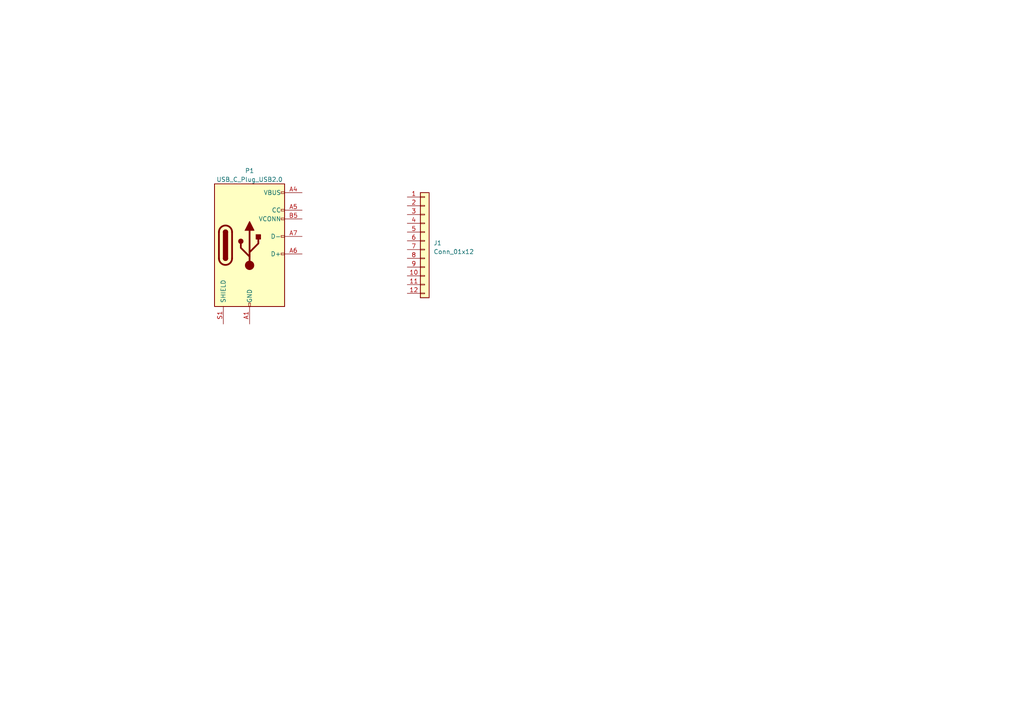
<source format=kicad_sch>
(kicad_sch (version 20230121) (generator eeschema)
  (paper "A4")
  (lib_symbols
    (symbol "Connector:USB_C_Plug_USB2.0" (pin_names (offset 1.016))
      (property "Reference" "P" (at -10.16 19.05 0))
      (property "Value" "USB_C_Plug_USB2.0" (at 12.7 19.05 0))
      (symbol "USB_C_Plug_USB2.0_0_0"
        (rectangle (start -0.254 -17.78) (end 0.254 -16.764))
        (rectangle (start 10.16 -2.286) (end 9.144 -2.794))
        (rectangle (start 10.16 2.794) (end 9.144 2.286))
        (rectangle (start 10.16 7.874) (end 9.144 7.366))
        (rectangle (start 10.16 10.414) (end 9.144 9.906))
        (rectangle (start 10.16 15.494) (end 9.144 14.986))
      )
      (symbol "USB_C_Plug_USB2.0_0_1"
        (rectangle (start -10.16 17.78) (end 10.16 -17.78) (stroke (width 0.254)) (fill (type background)))
        (arc (start -8.89 -3.81) (mid -6.985 -5.7067) (end -5.08 -3.81) (stroke (width 0.508)))
        (arc (start -7.62 -3.81) (mid -6.985 -4.4423) (end -6.35 -3.81) (stroke (width 0.254)))
        (arc (start -7.62 -3.81) (mid -6.985 -4.4423) (end -6.35 -3.81) (stroke (width 0.254)) (fill (type outline)))
        (rectangle (start -7.62 -3.81) (end -6.35 3.81) (stroke (width 0.254)) (fill (type outline)))
        (arc (start -6.35 3.81) (mid -6.985 4.4423) (end -7.62 3.81) (stroke (width 0.254)))
        (arc (start -6.35 3.81) (mid -6.985 4.4423) (end -7.62 3.81) (stroke (width 0.254)) (fill (type outline)))
        (arc (start -5.08 3.81) (mid -6.985 5.7067) (end -8.89 3.81) (stroke (width 0.508)))
        (circle (center -2.54 1.143) (radius 0.635) (stroke (width 0.254)) (fill (type outline)))
        (circle (center 0 -5.842) (radius 1.27) (fill (type outline)))
        (polyline (pts (xy -8.89 -3.81) (xy -8.89 3.81)) (stroke (width 0.508)))
        (polyline (pts (xy -5.08 3.81) (xy -5.08 -3.81)) (stroke (width 0.508)))
        (polyline (pts (xy 0 -5.842) (xy 0 4.318)) (stroke (width 0.508)))
        (polyline (pts (xy 0 -3.302) (xy -2.54 -0.762) (xy -2.54 0.508)) (stroke (width 0.508)))
        (polyline (pts (xy 0 -2.032) (xy 2.54 0.508) (xy 2.54 1.778)) (stroke (width 0.508)))
        (polyline (pts (xy -1.27 4.318) (xy 0 6.858) (xy 1.27 4.318) (xy -1.27 4.318)) (stroke (width 0.254)) (fill (type outline)))
        (rectangle (start 1.905 1.778) (end 3.175 3.048) (stroke (width 0.254)) (fill (type outline)))
      )
      (symbol "USB_C_Plug_USB2.0_1_1"
        (pin passive line (at 0 -22.86 90) (length 5.08) (name "GND") (number "A1"))
        (pin passive line (at 0 -22.86 90) (length 5.08) hide (name "GND") (number "A12"))
        (pin passive line (at 15.24 15.24 180) (length 5.08) (name "VBUS") (number "A4"))
        (pin bidirectional line (at 15.24 10.16 180) (length 5.08) (name "CC") (number "A5"))
        (pin bidirectional line (at 15.24 -2.54 180) (length 5.08) (name "D+") (number "A6"))
        (pin bidirectional line (at 15.24 2.54 180) (length 5.08) (name "D-") (number "A7"))
        (pin passive line (at 15.24 15.24 180) (length 5.08) hide (name "VBUS") (number "A9"))
        (pin passive line (at 0 -22.86 90) (length 5.08) hide (name "GND") (number "B1"))
        (pin passive line (at 0 -22.86 90) (length 5.08) hide (name "GND") (number "B12"))
        (pin passive line (at 15.24 15.24 180) (length 5.08) hide (name "VBUS") (number "B4"))
        (pin bidirectional line (at 15.24 7.62 180) (length 5.08) (name "VCONN") (number "B5"))
        (pin passive line (at 15.24 15.24 180) (length 5.08) hide (name "VBUS") (number "B9"))
        (pin passive line (at -7.62 -22.86 90) (length 5.08) (name "SHIELD") (number "S1"))
      )
    )
    (symbol "Connector_Generic:Conn_01x12" (pin_names (offset 1.016) hide)
      (property "Reference" "J" (at 0 15.24 0))
      (property "Value" "Conn_01x12" (at 0 -17.78 0))
      (symbol "Conn_01x12_1_1"
        (rectangle (start -1.27 -15.113) (end 0 -15.367) (stroke (width 0.1524)))
        (rectangle (start -1.27 -12.573) (end 0 -12.827) (stroke (width 0.1524)))
        (rectangle (start -1.27 -10.033) (end 0 -10.287) (stroke (width 0.1524)))
        (rectangle (start -1.27 -7.493) (end 0 -7.747) (stroke (width 0.1524)))
        (rectangle (start -1.27 -4.953) (end 0 -5.207) (stroke (width 0.1524)))
        (rectangle (start -1.27 -2.413) (end 0 -2.667) (stroke (width 0.1524)))
        (rectangle (start -1.27 0.127) (end 0 -0.127) (stroke (width 0.1524)))
        (rectangle (start -1.27 2.667) (end 0 2.413) (stroke (width 0.1524)))
        (rectangle (start -1.27 5.207) (end 0 4.953) (stroke (width 0.1524)))
        (rectangle (start -1.27 7.747) (end 0 7.493) (stroke (width 0.1524)))
        (rectangle (start -1.27 10.287) (end 0 10.033) (stroke (width 0.1524)))
        (rectangle (start -1.27 12.827) (end 0 12.573) (stroke (width 0.1524)))
        (rectangle (start -1.27 13.97) (end 1.27 -16.51) (stroke (width 0.254)) (fill (type background)))
        (pin passive line (at -5.08 12.7 0) (length 3.81) (name "Pin_1") (number "1"))
        (pin passive line (at -5.08 -10.16 0) (length 3.81) (name "Pin_10") (number "10"))
        (pin passive line (at -5.08 -12.7 0) (length 3.81) (name "Pin_11") (number "11"))
        (pin passive line (at -5.08 -15.24 0) (length 3.81) (name "Pin_12") (number "12"))
        (pin passive line (at -5.08 10.16 0) (length 3.81) (name "Pin_2") (number "2"))
        (pin passive line (at -5.08 7.62 0) (length 3.81) (name "Pin_3") (number "3"))
        (pin passive line (at -5.08 5.08 0) (length 3.81) (name "Pin_4") (number "4"))
        (pin passive line (at -5.08 2.54 0) (length 3.81) (name "Pin_5") (number "5"))
        (pin passive line (at -5.08 0 0) (length 3.81) (name "Pin_6") (number "6"))
        (pin passive line (at -5.08 -2.54 0) (length 3.81) (name "Pin_7") (number "7"))
        (pin passive line (at -5.08 -5.08 0) (length 3.81) (name "Pin_8") (number "8"))
        (pin passive line (at -5.08 -7.62 0) (length 3.81) (name "Pin_9") (number "9"))
      )
    )
  )
  (symbol (lib_id "Connector:USB_C_Plug_USB2.0") (at 72.39 71.12 0) (unit 1)
    (property "Reference" "P1" (at 72.39 49.53 0))
    (property "Value" "USB_C_Plug_USB2.0" (at 72.39 52.07 0))
    (property "Footprint" "Connector_USB:USB_C_Plug_Molex_105444" (effects hide))
    (property "Datasheet" "https://www.usb.org/sites/default/files/documents/usb_type-c.zip" (effects hide))
  )
  (symbol (lib_id "Connector_Generic:Conn_01x12") (at 123.19 69.85 0) (unit 1)
    (property "Reference" "J1" (at 125.73 70.485 0) (effects (justify left)))
    (property "Value" "Conn_01x12" (at 125.73 73.025 0) (effects (justify left)))
    (property "Footprint" "Connector_FFC-FPC:Molex_200528-0120_1x12-1MP_P1.00mm_Horizontal" (effects hide))
  )
)
</source>
